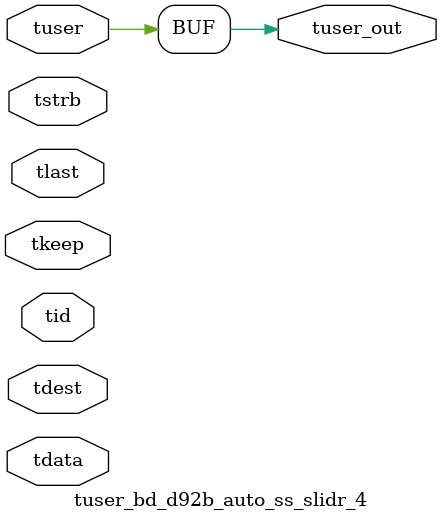
<source format=v>


`timescale 1ps/1ps

module tuser_bd_d92b_auto_ss_slidr_4 #
(
parameter C_S_AXIS_TUSER_WIDTH = 1,
parameter C_S_AXIS_TDATA_WIDTH = 32,
parameter C_S_AXIS_TID_WIDTH   = 0,
parameter C_S_AXIS_TDEST_WIDTH = 0,
parameter C_M_AXIS_TUSER_WIDTH = 1
)
(
input  [(C_S_AXIS_TUSER_WIDTH == 0 ? 1 : C_S_AXIS_TUSER_WIDTH)-1:0     ] tuser,
input  [(C_S_AXIS_TDATA_WIDTH == 0 ? 1 : C_S_AXIS_TDATA_WIDTH)-1:0     ] tdata,
input  [(C_S_AXIS_TID_WIDTH   == 0 ? 1 : C_S_AXIS_TID_WIDTH)-1:0       ] tid,
input  [(C_S_AXIS_TDEST_WIDTH == 0 ? 1 : C_S_AXIS_TDEST_WIDTH)-1:0     ] tdest,
input  [(C_S_AXIS_TDATA_WIDTH/8)-1:0 ] tkeep,
input  [(C_S_AXIS_TDATA_WIDTH/8)-1:0 ] tstrb,
input                                                                    tlast,
output [C_M_AXIS_TUSER_WIDTH-1:0] tuser_out
);

assign tuser_out = {tuser[0:0]};

endmodule


</source>
